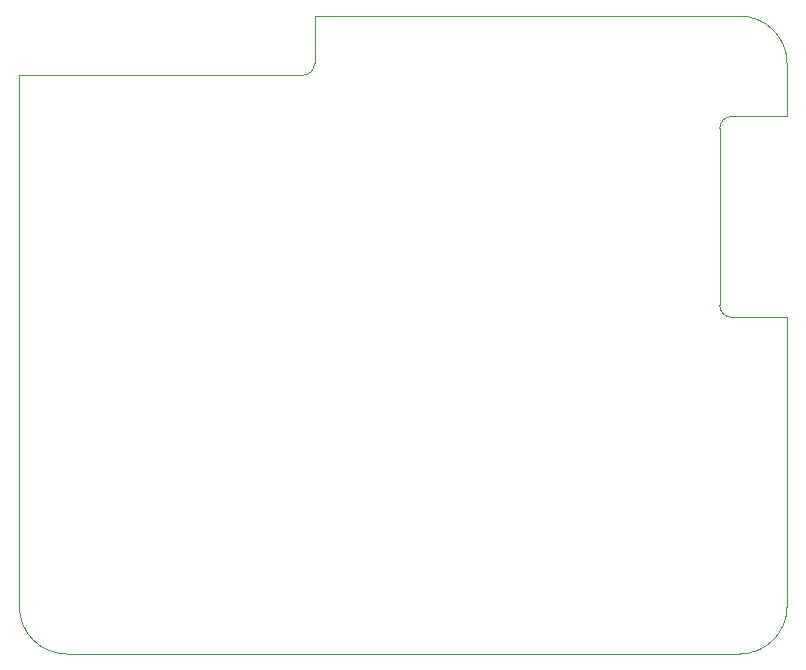
<source format=gbr>
%TF.GenerationSoftware,Altium Limited,Altium Designer,20.1.8 (145)*%
G04 Layer_Color=0*
%FSLAX45Y45*%
%MOMM*%
%TF.SameCoordinates,5C14931A-3E48-49F5-90A4-00D45644C4A5*%
%TF.FilePolarity,Positive*%
%TF.FileFunction,Profile,NP*%
%TF.Part,Single*%
G01*
G75*
%TA.AperFunction,Profile*%
%ADD69C,0.02540*%
D69*
X0Y400000D02*
G03*
X400000Y0I400000J0D01*
G01*
Y-1D01*
X6100000Y0D01*
D02*
G03*
X6500000Y400000I0J400000D01*
G01*
Y2850000D01*
X6030000D01*
D02*
G02*
X5930000Y2950000I0J100000D01*
G01*
Y4450000D01*
D02*
G02*
X6030000Y4550000I100000J0D01*
G01*
X6500000D01*
Y5000000D01*
X6500000D01*
D02*
G03*
X6100000Y5400000I-400000J0D01*
G01*
Y5400000D01*
X2500000Y5400000D01*
Y5000000D01*
D02*
G02*
X2400000Y4900000I-100000J0D01*
G01*
Y4900000D01*
X-2Y4899999D01*
X0Y400000D01*
%TF.MD5,2d6b5f97f6350e3c90b7f5ed5f989c10*%
M02*

</source>
